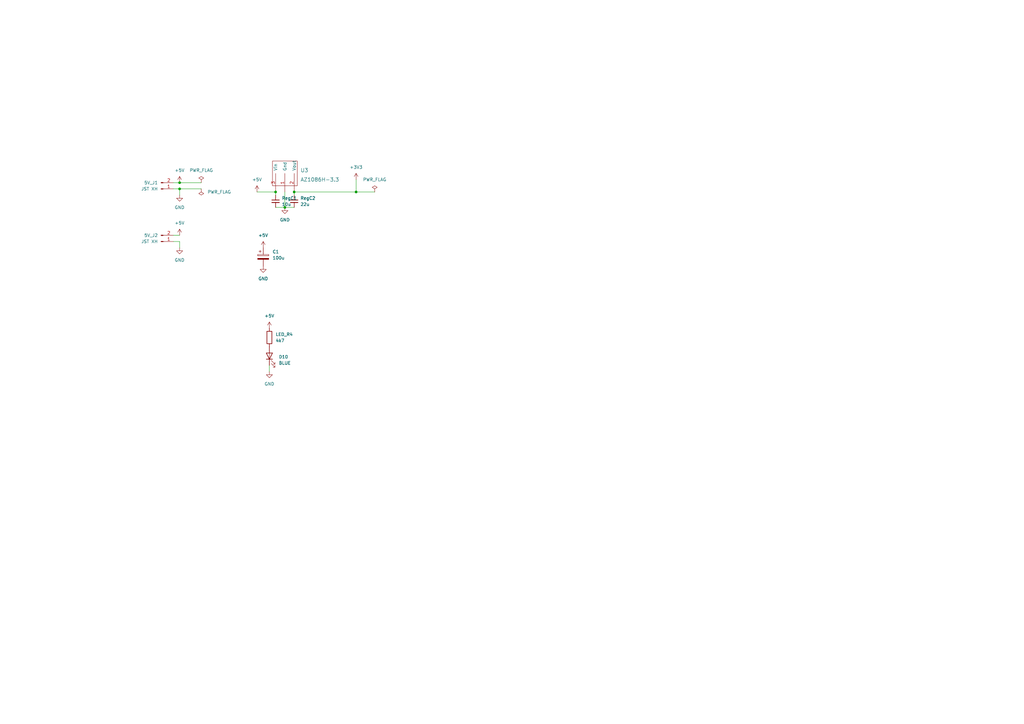
<source format=kicad_sch>
(kicad_sch (version 20211123) (generator eeschema)

  (uuid 1576d4f4-601c-4665-9ac8-8ba244750e23)

  (paper "A3")

  (title_block
    (title "TCB(TKG Control Board)")
    (date "2024-01-29")
    (rev "4.1")
    (company "TKG")
    (comment 2 "v4.0 2023用改訂")
  )

  (lib_symbols
    (symbol "Connector:Conn_01x02_Male" (pin_names (offset 1.016) hide) (in_bom yes) (on_board yes)
      (property "Reference" "J" (id 0) (at 0 2.54 0)
        (effects (font (size 1.27 1.27)))
      )
      (property "Value" "Conn_01x02_Male" (id 1) (at 0 -5.08 0)
        (effects (font (size 1.27 1.27)))
      )
      (property "Footprint" "" (id 2) (at 0 0 0)
        (effects (font (size 1.27 1.27)) hide)
      )
      (property "Datasheet" "~" (id 3) (at 0 0 0)
        (effects (font (size 1.27 1.27)) hide)
      )
      (property "ki_keywords" "connector" (id 4) (at 0 0 0)
        (effects (font (size 1.27 1.27)) hide)
      )
      (property "ki_description" "Generic connector, single row, 01x02, script generated (kicad-library-utils/schlib/autogen/connector/)" (id 5) (at 0 0 0)
        (effects (font (size 1.27 1.27)) hide)
      )
      (property "ki_fp_filters" "Connector*:*_1x??_*" (id 6) (at 0 0 0)
        (effects (font (size 1.27 1.27)) hide)
      )
      (symbol "Conn_01x02_Male_1_1"
        (polyline
          (pts
            (xy 1.27 -2.54)
            (xy 0.8636 -2.54)
          )
          (stroke (width 0.1524) (type default) (color 0 0 0 0))
          (fill (type none))
        )
        (polyline
          (pts
            (xy 1.27 0)
            (xy 0.8636 0)
          )
          (stroke (width 0.1524) (type default) (color 0 0 0 0))
          (fill (type none))
        )
        (rectangle (start 0.8636 -2.413) (end 0 -2.667)
          (stroke (width 0.1524) (type default) (color 0 0 0 0))
          (fill (type outline))
        )
        (rectangle (start 0.8636 0.127) (end 0 -0.127)
          (stroke (width 0.1524) (type default) (color 0 0 0 0))
          (fill (type outline))
        )
        (pin passive line (at 5.08 0 180) (length 3.81)
          (name "Pin_1" (effects (font (size 1.27 1.27))))
          (number "1" (effects (font (size 1.27 1.27))))
        )
        (pin passive line (at 5.08 -2.54 180) (length 3.81)
          (name "Pin_2" (effects (font (size 1.27 1.27))))
          (number "2" (effects (font (size 1.27 1.27))))
        )
      )
    )
    (symbol "Device:C_Polarized" (pin_numbers hide) (pin_names (offset 0.254)) (in_bom yes) (on_board yes)
      (property "Reference" "C" (id 0) (at 0.635 2.54 0)
        (effects (font (size 1.27 1.27)) (justify left))
      )
      (property "Value" "C_Polarized" (id 1) (at 0.635 -2.54 0)
        (effects (font (size 1.27 1.27)) (justify left))
      )
      (property "Footprint" "" (id 2) (at 0.9652 -3.81 0)
        (effects (font (size 1.27 1.27)) hide)
      )
      (property "Datasheet" "~" (id 3) (at 0 0 0)
        (effects (font (size 1.27 1.27)) hide)
      )
      (property "ki_keywords" "cap capacitor" (id 4) (at 0 0 0)
        (effects (font (size 1.27 1.27)) hide)
      )
      (property "ki_description" "Polarized capacitor" (id 5) (at 0 0 0)
        (effects (font (size 1.27 1.27)) hide)
      )
      (property "ki_fp_filters" "CP_*" (id 6) (at 0 0 0)
        (effects (font (size 1.27 1.27)) hide)
      )
      (symbol "C_Polarized_0_1"
        (rectangle (start -2.286 0.508) (end 2.286 1.016)
          (stroke (width 0) (type default) (color 0 0 0 0))
          (fill (type none))
        )
        (polyline
          (pts
            (xy -1.778 2.286)
            (xy -0.762 2.286)
          )
          (stroke (width 0) (type default) (color 0 0 0 0))
          (fill (type none))
        )
        (polyline
          (pts
            (xy -1.27 2.794)
            (xy -1.27 1.778)
          )
          (stroke (width 0) (type default) (color 0 0 0 0))
          (fill (type none))
        )
        (rectangle (start 2.286 -0.508) (end -2.286 -1.016)
          (stroke (width 0) (type default) (color 0 0 0 0))
          (fill (type outline))
        )
      )
      (symbol "C_Polarized_1_1"
        (pin passive line (at 0 3.81 270) (length 2.794)
          (name "~" (effects (font (size 1.27 1.27))))
          (number "1" (effects (font (size 1.27 1.27))))
        )
        (pin passive line (at 0 -3.81 90) (length 2.794)
          (name "~" (effects (font (size 1.27 1.27))))
          (number "2" (effects (font (size 1.27 1.27))))
        )
      )
    )
    (symbol "Device:C_Small" (pin_numbers hide) (pin_names (offset 0.254) hide) (in_bom yes) (on_board yes)
      (property "Reference" "C" (id 0) (at 0.254 1.778 0)
        (effects (font (size 1.27 1.27)) (justify left))
      )
      (property "Value" "C_Small" (id 1) (at 0.254 -2.032 0)
        (effects (font (size 1.27 1.27)) (justify left))
      )
      (property "Footprint" "" (id 2) (at 0 0 0)
        (effects (font (size 1.27 1.27)) hide)
      )
      (property "Datasheet" "~" (id 3) (at 0 0 0)
        (effects (font (size 1.27 1.27)) hide)
      )
      (property "ki_keywords" "capacitor cap" (id 4) (at 0 0 0)
        (effects (font (size 1.27 1.27)) hide)
      )
      (property "ki_description" "Unpolarized capacitor, small symbol" (id 5) (at 0 0 0)
        (effects (font (size 1.27 1.27)) hide)
      )
      (property "ki_fp_filters" "C_*" (id 6) (at 0 0 0)
        (effects (font (size 1.27 1.27)) hide)
      )
      (symbol "C_Small_0_1"
        (polyline
          (pts
            (xy -1.524 -0.508)
            (xy 1.524 -0.508)
          )
          (stroke (width 0.3302) (type default) (color 0 0 0 0))
          (fill (type none))
        )
        (polyline
          (pts
            (xy -1.524 0.508)
            (xy 1.524 0.508)
          )
          (stroke (width 0.3048) (type default) (color 0 0 0 0))
          (fill (type none))
        )
      )
      (symbol "C_Small_1_1"
        (pin passive line (at 0 2.54 270) (length 2.032)
          (name "~" (effects (font (size 1.27 1.27))))
          (number "1" (effects (font (size 1.27 1.27))))
        )
        (pin passive line (at 0 -2.54 90) (length 2.032)
          (name "~" (effects (font (size 1.27 1.27))))
          (number "2" (effects (font (size 1.27 1.27))))
        )
      )
    )
    (symbol "Device:LED" (pin_numbers hide) (pin_names (offset 1.016) hide) (in_bom yes) (on_board yes)
      (property "Reference" "D" (id 0) (at 0 2.54 0)
        (effects (font (size 1.27 1.27)))
      )
      (property "Value" "LED" (id 1) (at 0 -2.54 0)
        (effects (font (size 1.27 1.27)))
      )
      (property "Footprint" "" (id 2) (at 0 0 0)
        (effects (font (size 1.27 1.27)) hide)
      )
      (property "Datasheet" "~" (id 3) (at 0 0 0)
        (effects (font (size 1.27 1.27)) hide)
      )
      (property "ki_keywords" "LED diode" (id 4) (at 0 0 0)
        (effects (font (size 1.27 1.27)) hide)
      )
      (property "ki_description" "Light emitting diode" (id 5) (at 0 0 0)
        (effects (font (size 1.27 1.27)) hide)
      )
      (property "ki_fp_filters" "LED* LED_SMD:* LED_THT:*" (id 6) (at 0 0 0)
        (effects (font (size 1.27 1.27)) hide)
      )
      (symbol "LED_0_1"
        (polyline
          (pts
            (xy -1.27 -1.27)
            (xy -1.27 1.27)
          )
          (stroke (width 0.254) (type default) (color 0 0 0 0))
          (fill (type none))
        )
        (polyline
          (pts
            (xy -1.27 0)
            (xy 1.27 0)
          )
          (stroke (width 0) (type default) (color 0 0 0 0))
          (fill (type none))
        )
        (polyline
          (pts
            (xy 1.27 -1.27)
            (xy 1.27 1.27)
            (xy -1.27 0)
            (xy 1.27 -1.27)
          )
          (stroke (width 0.254) (type default) (color 0 0 0 0))
          (fill (type none))
        )
        (polyline
          (pts
            (xy -3.048 -0.762)
            (xy -4.572 -2.286)
            (xy -3.81 -2.286)
            (xy -4.572 -2.286)
            (xy -4.572 -1.524)
          )
          (stroke (width 0) (type default) (color 0 0 0 0))
          (fill (type none))
        )
        (polyline
          (pts
            (xy -1.778 -0.762)
            (xy -3.302 -2.286)
            (xy -2.54 -2.286)
            (xy -3.302 -2.286)
            (xy -3.302 -1.524)
          )
          (stroke (width 0) (type default) (color 0 0 0 0))
          (fill (type none))
        )
      )
      (symbol "LED_1_1"
        (pin passive line (at -3.81 0 0) (length 2.54)
          (name "K" (effects (font (size 1.27 1.27))))
          (number "1" (effects (font (size 1.27 1.27))))
        )
        (pin passive line (at 3.81 0 180) (length 2.54)
          (name "A" (effects (font (size 1.27 1.27))))
          (number "2" (effects (font (size 1.27 1.27))))
        )
      )
    )
    (symbol "Device:R" (pin_numbers hide) (pin_names (offset 0)) (in_bom yes) (on_board yes)
      (property "Reference" "R" (id 0) (at 2.032 0 90)
        (effects (font (size 1.27 1.27)))
      )
      (property "Value" "R" (id 1) (at 0 0 90)
        (effects (font (size 1.27 1.27)))
      )
      (property "Footprint" "" (id 2) (at -1.778 0 90)
        (effects (font (size 1.27 1.27)) hide)
      )
      (property "Datasheet" "~" (id 3) (at 0 0 0)
        (effects (font (size 1.27 1.27)) hide)
      )
      (property "ki_keywords" "R res resistor" (id 4) (at 0 0 0)
        (effects (font (size 1.27 1.27)) hide)
      )
      (property "ki_description" "Resistor" (id 5) (at 0 0 0)
        (effects (font (size 1.27 1.27)) hide)
      )
      (property "ki_fp_filters" "R_*" (id 6) (at 0 0 0)
        (effects (font (size 1.27 1.27)) hide)
      )
      (symbol "R_0_1"
        (rectangle (start -1.016 -2.54) (end 1.016 2.54)
          (stroke (width 0.254) (type default) (color 0 0 0 0))
          (fill (type none))
        )
      )
      (symbol "R_1_1"
        (pin passive line (at 0 3.81 270) (length 1.27)
          (name "~" (effects (font (size 1.27 1.27))))
          (number "1" (effects (font (size 1.27 1.27))))
        )
        (pin passive line (at 0 -3.81 90) (length 1.27)
          (name "~" (effects (font (size 1.27 1.27))))
          (number "2" (effects (font (size 1.27 1.27))))
        )
      )
    )
    (symbol "power:+3V3" (power) (pin_names (offset 0)) (in_bom yes) (on_board yes)
      (property "Reference" "#PWR" (id 0) (at 0 -3.81 0)
        (effects (font (size 1.27 1.27)) hide)
      )
      (property "Value" "+3V3" (id 1) (at 0 3.556 0)
        (effects (font (size 1.27 1.27)))
      )
      (property "Footprint" "" (id 2) (at 0 0 0)
        (effects (font (size 1.27 1.27)) hide)
      )
      (property "Datasheet" "" (id 3) (at 0 0 0)
        (effects (font (size 1.27 1.27)) hide)
      )
      (property "ki_keywords" "power-flag" (id 4) (at 0 0 0)
        (effects (font (size 1.27 1.27)) hide)
      )
      (property "ki_description" "Power symbol creates a global label with name \"+3V3\"" (id 5) (at 0 0 0)
        (effects (font (size 1.27 1.27)) hide)
      )
      (symbol "+3V3_0_1"
        (polyline
          (pts
            (xy -0.762 1.27)
            (xy 0 2.54)
          )
          (stroke (width 0) (type default) (color 0 0 0 0))
          (fill (type none))
        )
        (polyline
          (pts
            (xy 0 0)
            (xy 0 2.54)
          )
          (stroke (width 0) (type default) (color 0 0 0 0))
          (fill (type none))
        )
        (polyline
          (pts
            (xy 0 2.54)
            (xy 0.762 1.27)
          )
          (stroke (width 0) (type default) (color 0 0 0 0))
          (fill (type none))
        )
      )
      (symbol "+3V3_1_1"
        (pin power_in line (at 0 0 90) (length 0) hide
          (name "+3V3" (effects (font (size 1.27 1.27))))
          (number "1" (effects (font (size 1.27 1.27))))
        )
      )
    )
    (symbol "power:+5V" (power) (pin_names (offset 0)) (in_bom yes) (on_board yes)
      (property "Reference" "#PWR" (id 0) (at 0 -3.81 0)
        (effects (font (size 1.27 1.27)) hide)
      )
      (property "Value" "+5V" (id 1) (at 0 3.556 0)
        (effects (font (size 1.27 1.27)))
      )
      (property "Footprint" "" (id 2) (at 0 0 0)
        (effects (font (size 1.27 1.27)) hide)
      )
      (property "Datasheet" "" (id 3) (at 0 0 0)
        (effects (font (size 1.27 1.27)) hide)
      )
      (property "ki_keywords" "power-flag" (id 4) (at 0 0 0)
        (effects (font (size 1.27 1.27)) hide)
      )
      (property "ki_description" "Power symbol creates a global label with name \"+5V\"" (id 5) (at 0 0 0)
        (effects (font (size 1.27 1.27)) hide)
      )
      (symbol "+5V_0_1"
        (polyline
          (pts
            (xy -0.762 1.27)
            (xy 0 2.54)
          )
          (stroke (width 0) (type default) (color 0 0 0 0))
          (fill (type none))
        )
        (polyline
          (pts
            (xy 0 0)
            (xy 0 2.54)
          )
          (stroke (width 0) (type default) (color 0 0 0 0))
          (fill (type none))
        )
        (polyline
          (pts
            (xy 0 2.54)
            (xy 0.762 1.27)
          )
          (stroke (width 0) (type default) (color 0 0 0 0))
          (fill (type none))
        )
      )
      (symbol "+5V_1_1"
        (pin power_in line (at 0 0 90) (length 0) hide
          (name "+5V" (effects (font (size 1.27 1.27))))
          (number "1" (effects (font (size 1.27 1.27))))
        )
      )
    )
    (symbol "power:GND" (power) (pin_names (offset 0)) (in_bom yes) (on_board yes)
      (property "Reference" "#PWR" (id 0) (at 0 -6.35 0)
        (effects (font (size 1.27 1.27)) hide)
      )
      (property "Value" "GND" (id 1) (at 0 -3.81 0)
        (effects (font (size 1.27 1.27)))
      )
      (property "Footprint" "" (id 2) (at 0 0 0)
        (effects (font (size 1.27 1.27)) hide)
      )
      (property "Datasheet" "" (id 3) (at 0 0 0)
        (effects (font (size 1.27 1.27)) hide)
      )
      (property "ki_keywords" "power-flag" (id 4) (at 0 0 0)
        (effects (font (size 1.27 1.27)) hide)
      )
      (property "ki_description" "Power symbol creates a global label with name \"GND\" , ground" (id 5) (at 0 0 0)
        (effects (font (size 1.27 1.27)) hide)
      )
      (symbol "GND_0_1"
        (polyline
          (pts
            (xy 0 0)
            (xy 0 -1.27)
            (xy 1.27 -1.27)
            (xy 0 -2.54)
            (xy -1.27 -1.27)
            (xy 0 -1.27)
          )
          (stroke (width 0) (type default) (color 0 0 0 0))
          (fill (type none))
        )
      )
      (symbol "GND_1_1"
        (pin power_in line (at 0 0 270) (length 0) hide
          (name "GND" (effects (font (size 1.27 1.27))))
          (number "1" (effects (font (size 1.27 1.27))))
        )
      )
    )
    (symbol "power:PWR_FLAG" (power) (pin_numbers hide) (pin_names (offset 0) hide) (in_bom yes) (on_board yes)
      (property "Reference" "#FLG" (id 0) (at 0 1.905 0)
        (effects (font (size 1.27 1.27)) hide)
      )
      (property "Value" "PWR_FLAG" (id 1) (at 0 3.81 0)
        (effects (font (size 1.27 1.27)))
      )
      (property "Footprint" "" (id 2) (at 0 0 0)
        (effects (font (size 1.27 1.27)) hide)
      )
      (property "Datasheet" "~" (id 3) (at 0 0 0)
        (effects (font (size 1.27 1.27)) hide)
      )
      (property "ki_keywords" "power-flag" (id 4) (at 0 0 0)
        (effects (font (size 1.27 1.27)) hide)
      )
      (property "ki_description" "Special symbol for telling ERC where power comes from" (id 5) (at 0 0 0)
        (effects (font (size 1.27 1.27)) hide)
      )
      (symbol "PWR_FLAG_0_0"
        (pin power_out line (at 0 0 90) (length 0)
          (name "pwr" (effects (font (size 1.27 1.27))))
          (number "1" (effects (font (size 1.27 1.27))))
        )
      )
      (symbol "PWR_FLAG_0_1"
        (polyline
          (pts
            (xy 0 0)
            (xy 0 1.27)
            (xy -1.016 1.905)
            (xy 0 2.54)
            (xy 1.016 1.905)
            (xy 0 1.27)
          )
          (stroke (width 0) (type default) (color 0 0 0 0))
          (fill (type none))
        )
      )
    )
    (symbol "x_mylib:AZ1086H-3.3" (pin_names (offset 1.016)) (in_bom yes) (on_board yes)
      (property "Reference" "U" (id 0) (at 5.08 3.81 0)
        (effects (font (size 1.524 1.524)))
      )
      (property "Value" "AZ1086H-3.3" (id 1) (at 3.81 -8.89 0)
        (effects (font (size 1.524 1.524)))
      )
      (property "Footprint" "" (id 2) (at 0 7.62 0)
        (effects (font (size 1.524 1.524)))
      )
      (property "Datasheet" "" (id 3) (at 0 7.62 0)
        (effects (font (size 1.524 1.524)))
      )
      (symbol "AZ1086H-3.3_0_1"
        (rectangle (start -5.08 2.54) (end 5.08 -7.62)
          (stroke (width 0) (type default) (color 0 0 0 0))
          (fill (type none))
        )
      )
      (symbol "AZ1086H-3.3_1_1"
        (pin passive line (at 0 -10.16 90) (length 7.62)
          (name "Gnd" (effects (font (size 1.27 1.27))))
          (number "1" (effects (font (size 1.27 1.27))))
        )
        (pin passive line (at 3.81 -10.16 90) (length 7.62)
          (name "Vout" (effects (font (size 1.27 1.27))))
          (number "2" (effects (font (size 1.27 1.27))))
        )
        (pin passive line (at -3.81 -10.16 90) (length 7.62)
          (name "Vin" (effects (font (size 1.27 1.27))))
          (number "3" (effects (font (size 1.27 1.27))))
        )
      )
    )
  )

  (junction (at 73.66 77.47) (diameter 0) (color 0 0 0 0)
    (uuid 0d985397-88d6-4eca-bd96-ecd679e88331)
  )
  (junction (at 116.84 85.09) (diameter 0) (color 0 0 0 0)
    (uuid 1494712e-17f4-4dc0-92a3-29ff67ac3f1b)
  )
  (junction (at 113.03 78.74) (diameter 0) (color 0 0 0 0)
    (uuid 8adee3d3-5705-42f9-8815-6f42184d881a)
  )
  (junction (at 73.66 74.93) (diameter 0) (color 0 0 0 0)
    (uuid 90d63716-a4fd-4096-a4fb-0a16b0baee19)
  )
  (junction (at 120.65 78.74) (diameter 0) (color 0 0 0 0)
    (uuid b8265b05-134b-4700-916c-3705ee562395)
  )
  (junction (at 146.05 78.74) (diameter 0) (color 0 0 0 0)
    (uuid e696ac05-0d88-448b-9b51-a704bddde495)
  )

  (wire (pts (xy 146.05 78.74) (xy 153.67 78.74))
    (stroke (width 0) (type default) (color 0 0 0 0))
    (uuid 05ff9cbb-4153-4983-826a-f5be4ac07f35)
  )
  (wire (pts (xy 71.12 99.06) (xy 73.66 99.06))
    (stroke (width 0) (type default) (color 0 0 0 0))
    (uuid 0799ccdf-f325-4668-9d0c-3c18efdbff43)
  )
  (wire (pts (xy 71.12 77.47) (xy 73.66 77.47))
    (stroke (width 0) (type default) (color 0 0 0 0))
    (uuid 4cb7e42b-1336-4a66-bb01-8d89862c7014)
  )
  (wire (pts (xy 113.03 78.74) (xy 113.03 80.01))
    (stroke (width 0) (type default) (color 0 0 0 0))
    (uuid 54a396d1-8b15-42c0-be9d-ae485d95a498)
  )
  (wire (pts (xy 120.65 78.74) (xy 146.05 78.74))
    (stroke (width 0) (type default) (color 0 0 0 0))
    (uuid 5798d110-d40b-4235-9164-e8d3bf09a78d)
  )
  (wire (pts (xy 73.66 77.47) (xy 73.66 80.01))
    (stroke (width 0) (type default) (color 0 0 0 0))
    (uuid 5db93231-9706-4385-ab22-c16dc39f7cc6)
  )
  (wire (pts (xy 116.84 85.09) (xy 120.65 85.09))
    (stroke (width 0) (type default) (color 0 0 0 0))
    (uuid 5f3f151b-6edf-4efd-879d-87a3c139ebc5)
  )
  (wire (pts (xy 146.05 78.74) (xy 146.05 73.66))
    (stroke (width 0) (type default) (color 0 0 0 0))
    (uuid 61f4d859-1c37-4ec8-9b17-e878b043a973)
  )
  (wire (pts (xy 113.03 85.09) (xy 116.84 85.09))
    (stroke (width 0) (type default) (color 0 0 0 0))
    (uuid 91d7c7a9-d8d6-44cb-bd57-a2db533394c4)
  )
  (wire (pts (xy 105.41 78.74) (xy 113.03 78.74))
    (stroke (width 0) (type default) (color 0 0 0 0))
    (uuid 9b814ffa-733c-44da-859d-5abb96c5a555)
  )
  (wire (pts (xy 110.49 149.86) (xy 110.49 152.4))
    (stroke (width 0) (type default) (color 0 0 0 0))
    (uuid 9c1e37b4-7634-40f4-abea-6d41b23789ee)
  )
  (wire (pts (xy 73.66 77.47) (xy 82.55 77.47))
    (stroke (width 0) (type default) (color 0 0 0 0))
    (uuid 9ed3d7cf-b64c-454a-96ba-cc2789e88266)
  )
  (wire (pts (xy 73.66 99.06) (xy 73.66 101.6))
    (stroke (width 0) (type default) (color 0 0 0 0))
    (uuid a0e3588d-c5a4-41fa-8dda-97995279dc36)
  )
  (wire (pts (xy 73.66 74.93) (xy 82.55 74.93))
    (stroke (width 0) (type default) (color 0 0 0 0))
    (uuid bdd8af52-bd61-4674-aac5-5d6523fbd28b)
  )
  (wire (pts (xy 116.84 85.09) (xy 116.84 78.74))
    (stroke (width 0) (type default) (color 0 0 0 0))
    (uuid c499bd34-ac5c-4d2d-a6cb-e4bcb20240d4)
  )
  (wire (pts (xy 120.65 78.74) (xy 120.65 80.01))
    (stroke (width 0) (type default) (color 0 0 0 0))
    (uuid c869fac9-ef4f-46f5-bd42-0823112fa811)
  )
  (wire (pts (xy 71.12 96.52) (xy 73.66 96.52))
    (stroke (width 0) (type default) (color 0 0 0 0))
    (uuid d9f159d6-6a67-461e-9644-87ae351e501e)
  )
  (wire (pts (xy 71.12 74.93) (xy 73.66 74.93))
    (stroke (width 0) (type default) (color 0 0 0 0))
    (uuid e157c6a9-5856-4e28-a88e-a9cf45c9b99a)
  )

  (symbol (lib_id "power:+5V") (at 107.95 101.6 0) (unit 1)
    (in_bom yes) (on_board yes) (fields_autoplaced)
    (uuid 0c63bdd9-b183-4251-9f7e-d76e8ceb8b9d)
    (property "Reference" "#PWR02" (id 0) (at 107.95 105.41 0)
      (effects (font (size 1.27 1.27)) hide)
    )
    (property "Value" "+5V" (id 1) (at 107.95 96.52 0))
    (property "Footprint" "" (id 2) (at 107.95 101.6 0)
      (effects (font (size 1.27 1.27)) hide)
    )
    (property "Datasheet" "" (id 3) (at 107.95 101.6 0)
      (effects (font (size 1.27 1.27)) hide)
    )
    (pin "1" (uuid 6d531bda-85ef-4a83-800d-3a946e1092b6))
  )

  (symbol (lib_id "Connector:Conn_01x02_Male") (at 66.04 99.06 0) (mirror x) (unit 1)
    (in_bom yes) (on_board yes) (fields_autoplaced)
    (uuid 0c73b03f-f084-42c2-b07b-00c4e35adccb)
    (property "Reference" "5V_J2" (id 0) (at 64.77 96.5199 0)
      (effects (font (size 1.27 1.27)) (justify right))
    )
    (property "Value" "JST XH" (id 1) (at 64.77 99.0599 0)
      (effects (font (size 1.27 1.27)) (justify right))
    )
    (property "Footprint" "Connector_JST:JST_XH_B2B-XH-A_1x02_P2.50mm_Vertical" (id 2) (at 66.04 99.06 0)
      (effects (font (size 1.27 1.27)) hide)
    )
    (property "Datasheet" "~" (id 3) (at 66.04 99.06 0)
      (effects (font (size 1.27 1.27)) hide)
    )
    (pin "1" (uuid f805c435-9c5e-4d53-9019-bc4912d9da70))
    (pin "2" (uuid 93180e58-9e5d-4f88-bab6-af682ba42afb))
  )

  (symbol (lib_id "power:+5V") (at 73.66 74.93 0) (unit 1)
    (in_bom yes) (on_board yes) (fields_autoplaced)
    (uuid 1bac7ec7-5481-436f-8e41-9e200773193d)
    (property "Reference" "#PWR04" (id 0) (at 73.66 78.74 0)
      (effects (font (size 1.27 1.27)) hide)
    )
    (property "Value" "+5V" (id 1) (at 73.66 69.85 0))
    (property "Footprint" "" (id 2) (at 73.66 74.93 0)
      (effects (font (size 1.27 1.27)) hide)
    )
    (property "Datasheet" "" (id 3) (at 73.66 74.93 0)
      (effects (font (size 1.27 1.27)) hide)
    )
    (pin "1" (uuid 3cbd5102-5ce0-49c3-a2c2-8e6ab9c8cfb4))
  )

  (symbol (lib_id "Connector:Conn_01x02_Male") (at 66.04 77.47 0) (mirror x) (unit 1)
    (in_bom yes) (on_board yes) (fields_autoplaced)
    (uuid 37602475-0370-4382-9d8c-52283a2af63a)
    (property "Reference" "5V_J1" (id 0) (at 64.77 74.9299 0)
      (effects (font (size 1.27 1.27)) (justify right))
    )
    (property "Value" "JST XH" (id 1) (at 64.77 77.4699 0)
      (effects (font (size 1.27 1.27)) (justify right))
    )
    (property "Footprint" "Connector_JST:JST_XH_B2B-XH-A_1x02_P2.50mm_Vertical" (id 2) (at 66.04 77.47 0)
      (effects (font (size 1.27 1.27)) hide)
    )
    (property "Datasheet" "~" (id 3) (at 66.04 77.47 0)
      (effects (font (size 1.27 1.27)) hide)
    )
    (pin "1" (uuid d3fcebb0-783c-4a92-ad83-76c5757212a8))
    (pin "2" (uuid 7207cc0e-01a7-4216-982e-4bb52a2088d7))
  )

  (symbol (lib_id "Device:R") (at 110.49 138.43 0) (unit 1)
    (in_bom yes) (on_board yes) (fields_autoplaced)
    (uuid 55dd92e9-3433-40e7-9354-00d2509dcd2b)
    (property "Reference" "LED_R4" (id 0) (at 113.03 137.1599 0)
      (effects (font (size 1.27 1.27)) (justify left))
    )
    (property "Value" "4k7" (id 1) (at 113.03 139.6999 0)
      (effects (font (size 1.27 1.27)) (justify left))
    )
    (property "Footprint" "Resistor_SMD:R_0603_1608Metric_Pad0.98x0.95mm_HandSolder" (id 2) (at 108.712 138.43 90)
      (effects (font (size 1.27 1.27)) hide)
    )
    (property "Datasheet" "~" (id 3) (at 110.49 138.43 0)
      (effects (font (size 1.27 1.27)) hide)
    )
    (pin "1" (uuid bc605f6f-3af1-478e-ac43-a8e88ba61552))
    (pin "2" (uuid a74a974b-36f8-4b3f-b2cc-08ce030eded4))
  )

  (symbol (lib_id "power:+5V") (at 73.66 96.52 0) (unit 1)
    (in_bom yes) (on_board yes) (fields_autoplaced)
    (uuid 5feac069-c5d6-407e-9ef4-e28a7f2e9d78)
    (property "Reference" "#PWR047" (id 0) (at 73.66 100.33 0)
      (effects (font (size 1.27 1.27)) hide)
    )
    (property "Value" "+5V" (id 1) (at 73.66 91.44 0))
    (property "Footprint" "" (id 2) (at 73.66 96.52 0)
      (effects (font (size 1.27 1.27)) hide)
    )
    (property "Datasheet" "" (id 3) (at 73.66 96.52 0)
      (effects (font (size 1.27 1.27)) hide)
    )
    (pin "1" (uuid e5b366c2-a16d-4698-ae04-6c87419833c3))
  )

  (symbol (lib_id "power:GND") (at 73.66 101.6 0) (unit 1)
    (in_bom yes) (on_board yes) (fields_autoplaced)
    (uuid 6286af26-ca27-41df-88c7-89f9e17a9ff8)
    (property "Reference" "#PWR048" (id 0) (at 73.66 107.95 0)
      (effects (font (size 1.27 1.27)) hide)
    )
    (property "Value" "GND" (id 1) (at 73.66 106.68 0))
    (property "Footprint" "" (id 2) (at 73.66 101.6 0)
      (effects (font (size 1.27 1.27)) hide)
    )
    (property "Datasheet" "" (id 3) (at 73.66 101.6 0)
      (effects (font (size 1.27 1.27)) hide)
    )
    (pin "1" (uuid 9b59a478-b86b-43d5-b854-c7b9a809b9f2))
  )

  (symbol (lib_id "power:PWR_FLAG") (at 82.55 74.93 0) (unit 1)
    (in_bom yes) (on_board yes) (fields_autoplaced)
    (uuid 6dfde47b-4bd1-45d7-8c97-6e54b1386fc3)
    (property "Reference" "#FLG02" (id 0) (at 82.55 73.025 0)
      (effects (font (size 1.27 1.27)) hide)
    )
    (property "Value" "PWR_FLAG" (id 1) (at 82.55 69.85 0))
    (property "Footprint" "" (id 2) (at 82.55 74.93 0)
      (effects (font (size 1.27 1.27)) hide)
    )
    (property "Datasheet" "~" (id 3) (at 82.55 74.93 0)
      (effects (font (size 1.27 1.27)) hide)
    )
    (pin "1" (uuid 2af47fce-6712-4f18-9a6b-2caafaf2592c))
  )

  (symbol (lib_id "power:+5V") (at 105.41 78.74 0) (unit 1)
    (in_bom yes) (on_board yes) (fields_autoplaced)
    (uuid 7ec74b14-16e5-42d1-b182-03752886d000)
    (property "Reference" "#PWR03" (id 0) (at 105.41 82.55 0)
      (effects (font (size 1.27 1.27)) hide)
    )
    (property "Value" "+5V" (id 1) (at 105.41 73.66 0))
    (property "Footprint" "" (id 2) (at 105.41 78.74 0)
      (effects (font (size 1.27 1.27)) hide)
    )
    (property "Datasheet" "" (id 3) (at 105.41 78.74 0)
      (effects (font (size 1.27 1.27)) hide)
    )
    (pin "1" (uuid c8d0d011-8b09-4836-808c-65ee377adf0e))
  )

  (symbol (lib_id "Device:C_Small") (at 113.03 82.55 0) (unit 1)
    (in_bom yes) (on_board yes) (fields_autoplaced)
    (uuid 85a49ff5-e692-40eb-b6c1-6d14c75c5d9c)
    (property "Reference" "RegC1" (id 0) (at 115.57 81.2862 0)
      (effects (font (size 1.27 1.27)) (justify left))
    )
    (property "Value" "10u" (id 1) (at 115.57 83.8262 0)
      (effects (font (size 1.27 1.27)) (justify left))
    )
    (property "Footprint" "Capacitor_SMD:C_0805_2012Metric_Pad1.18x1.45mm_HandSolder" (id 2) (at 113.03 82.55 0)
      (effects (font (size 1.27 1.27)) hide)
    )
    (property "Datasheet" "~" (id 3) (at 113.03 82.55 0)
      (effects (font (size 1.27 1.27)) hide)
    )
    (pin "1" (uuid aac77eee-d4d1-4be1-865f-c534dd46e5cc))
    (pin "2" (uuid 92c985ee-4aa7-4138-830c-ee8afe3d1f54))
  )

  (symbol (lib_id "x_mylib:AZ1086H-3.3") (at 116.84 68.58 0) (unit 1)
    (in_bom yes) (on_board yes) (fields_autoplaced)
    (uuid 89a01f02-8467-45dc-be38-5a827de8d6cc)
    (property "Reference" "U3" (id 0) (at 123.19 69.85 0)
      (effects (font (size 1.524 1.524)) (justify left))
    )
    (property "Value" "AZ1086H-3.3" (id 1) (at 123.19 73.66 0)
      (effects (font (size 1.524 1.524)) (justify left))
    )
    (property "Footprint" "Package_TO_SOT_SMD:SOT-223-3_TabPin2" (id 2) (at 116.84 60.96 0)
      (effects (font (size 1.524 1.524)) hide)
    )
    (property "Datasheet" "" (id 3) (at 116.84 60.96 0)
      (effects (font (size 1.524 1.524)))
    )
    (pin "1" (uuid 7b5eefce-830c-4abf-8147-885d6c9aaf27))
    (pin "2" (uuid 0405e4f9-b170-4a8d-aaf0-b801d02b4711))
    (pin "3" (uuid 34bbf3b6-0832-46e2-ab2d-07d2771efc76))
  )

  (symbol (lib_id "power:+3V3") (at 146.05 73.66 0) (unit 1)
    (in_bom yes) (on_board yes) (fields_autoplaced)
    (uuid 8e5c5847-5a9b-4433-9438-b3b86a9cad83)
    (property "Reference" "#PWR0133" (id 0) (at 146.05 77.47 0)
      (effects (font (size 1.27 1.27)) hide)
    )
    (property "Value" "+3V3" (id 1) (at 146.05 68.58 0))
    (property "Footprint" "" (id 2) (at 146.05 73.66 0)
      (effects (font (size 1.27 1.27)) hide)
    )
    (property "Datasheet" "" (id 3) (at 146.05 73.66 0)
      (effects (font (size 1.27 1.27)) hide)
    )
    (pin "1" (uuid c86d7830-6912-47b3-a5f2-748660c8bc03))
  )

  (symbol (lib_id "power:PWR_FLAG") (at 82.55 77.47 180) (unit 1)
    (in_bom yes) (on_board yes) (fields_autoplaced)
    (uuid 91c57aee-08c6-45e9-8356-f798f6f75b6f)
    (property "Reference" "#FLG03" (id 0) (at 82.55 79.375 0)
      (effects (font (size 1.27 1.27)) hide)
    )
    (property "Value" "PWR_FLAG" (id 1) (at 85.09 78.7399 0)
      (effects (font (size 1.27 1.27)) (justify right))
    )
    (property "Footprint" "" (id 2) (at 82.55 77.47 0)
      (effects (font (size 1.27 1.27)) hide)
    )
    (property "Datasheet" "~" (id 3) (at 82.55 77.47 0)
      (effects (font (size 1.27 1.27)) hide)
    )
    (pin "1" (uuid 984c9791-264c-46f7-99a7-4ff63e61613e))
  )

  (symbol (lib_id "power:PWR_FLAG") (at 153.67 78.74 0) (unit 1)
    (in_bom yes) (on_board yes) (fields_autoplaced)
    (uuid 94acdb7c-2156-416d-aad5-6fc80dd1bb0b)
    (property "Reference" "#FLG01" (id 0) (at 153.67 76.835 0)
      (effects (font (size 1.27 1.27)) hide)
    )
    (property "Value" "PWR_FLAG" (id 1) (at 153.67 73.66 0))
    (property "Footprint" "" (id 2) (at 153.67 78.74 0)
      (effects (font (size 1.27 1.27)) hide)
    )
    (property "Datasheet" "~" (id 3) (at 153.67 78.74 0)
      (effects (font (size 1.27 1.27)) hide)
    )
    (pin "1" (uuid de83fa8f-354c-43a9-b352-1295939f1226))
  )

  (symbol (lib_id "power:GND") (at 107.95 109.22 0) (unit 1)
    (in_bom yes) (on_board yes) (fields_autoplaced)
    (uuid a2375465-88a2-4f80-af54-fe7f33cfbbaf)
    (property "Reference" "#PWR0106" (id 0) (at 107.95 115.57 0)
      (effects (font (size 1.27 1.27)) hide)
    )
    (property "Value" "GND" (id 1) (at 107.95 114.3 0))
    (property "Footprint" "" (id 2) (at 107.95 109.22 0)
      (effects (font (size 1.27 1.27)) hide)
    )
    (property "Datasheet" "" (id 3) (at 107.95 109.22 0)
      (effects (font (size 1.27 1.27)) hide)
    )
    (pin "1" (uuid 1e5ddb87-f3c2-4616-999a-a5f9e413b14a))
  )

  (symbol (lib_id "Device:LED") (at 110.49 146.05 90) (unit 1)
    (in_bom yes) (on_board yes) (fields_autoplaced)
    (uuid a39dedb9-a127-4b9c-974c-562aa8c65c18)
    (property "Reference" "D10" (id 0) (at 114.3 146.3674 90)
      (effects (font (size 1.27 1.27)) (justify right))
    )
    (property "Value" "BLUE" (id 1) (at 114.3 148.9074 90)
      (effects (font (size 1.27 1.27)) (justify right))
    )
    (property "Footprint" "LED_SMD:LED_0603_1608Metric_Pad1.05x0.95mm_HandSolder" (id 2) (at 110.49 146.05 0)
      (effects (font (size 1.27 1.27)) hide)
    )
    (property "Datasheet" "~" (id 3) (at 110.49 146.05 0)
      (effects (font (size 1.27 1.27)) hide)
    )
    (pin "1" (uuid cd51d842-7baf-48c7-b4ec-613468dae1f1))
    (pin "2" (uuid b534e998-759c-4dc9-a147-b826a5371788))
  )

  (symbol (lib_id "Device:C_Small") (at 120.65 82.55 0) (unit 1)
    (in_bom yes) (on_board yes) (fields_autoplaced)
    (uuid d4d1aeb6-6d66-4c78-b80d-1c81d353e57c)
    (property "Reference" "RegC2" (id 0) (at 123.19 81.2862 0)
      (effects (font (size 1.27 1.27)) (justify left))
    )
    (property "Value" "22u" (id 1) (at 123.19 83.8262 0)
      (effects (font (size 1.27 1.27)) (justify left))
    )
    (property "Footprint" "Capacitor_SMD:C_0805_2012Metric_Pad1.18x1.45mm_HandSolder" (id 2) (at 120.65 82.55 0)
      (effects (font (size 1.27 1.27)) hide)
    )
    (property "Datasheet" "~" (id 3) (at 120.65 82.55 0)
      (effects (font (size 1.27 1.27)) hide)
    )
    (pin "1" (uuid 7f4e052d-358e-4673-8802-1312226b44ad))
    (pin "2" (uuid 097a805f-4b12-4bc3-926a-612f393f2325))
  )

  (symbol (lib_id "power:GND") (at 116.84 85.09 0) (unit 1)
    (in_bom yes) (on_board yes) (fields_autoplaced)
    (uuid da992b85-7f8a-4fc1-a7dd-e42a3cec99e7)
    (property "Reference" "#PWR0102" (id 0) (at 116.84 91.44 0)
      (effects (font (size 1.27 1.27)) hide)
    )
    (property "Value" "GND" (id 1) (at 116.84 90.17 0))
    (property "Footprint" "" (id 2) (at 116.84 85.09 0)
      (effects (font (size 1.27 1.27)) hide)
    )
    (property "Datasheet" "" (id 3) (at 116.84 85.09 0)
      (effects (font (size 1.27 1.27)) hide)
    )
    (pin "1" (uuid f3f608c6-620d-48e9-8755-0c3f5c14a246))
  )

  (symbol (lib_id "power:GND") (at 73.66 80.01 0) (unit 1)
    (in_bom yes) (on_board yes) (fields_autoplaced)
    (uuid dc6b0127-2c60-45b3-a26e-4c092330892a)
    (property "Reference" "#PWR08" (id 0) (at 73.66 86.36 0)
      (effects (font (size 1.27 1.27)) hide)
    )
    (property "Value" "GND" (id 1) (at 73.66 85.09 0))
    (property "Footprint" "" (id 2) (at 73.66 80.01 0)
      (effects (font (size 1.27 1.27)) hide)
    )
    (property "Datasheet" "" (id 3) (at 73.66 80.01 0)
      (effects (font (size 1.27 1.27)) hide)
    )
    (pin "1" (uuid 20a49060-7660-4c75-9f18-3c3f05a99c99))
  )

  (symbol (lib_id "power:GND") (at 110.49 152.4 0) (unit 1)
    (in_bom yes) (on_board yes) (fields_autoplaced)
    (uuid dd6d1849-f9dc-495f-8d81-ac939e800e14)
    (property "Reference" "#PWR050" (id 0) (at 110.49 158.75 0)
      (effects (font (size 1.27 1.27)) hide)
    )
    (property "Value" "GND" (id 1) (at 110.49 157.48 0))
    (property "Footprint" "" (id 2) (at 110.49 152.4 0)
      (effects (font (size 1.27 1.27)) hide)
    )
    (property "Datasheet" "" (id 3) (at 110.49 152.4 0)
      (effects (font (size 1.27 1.27)) hide)
    )
    (pin "1" (uuid fee2329d-02ea-46f0-a095-7e9221b4fc34))
  )

  (symbol (lib_id "power:+5V") (at 110.49 134.62 0) (unit 1)
    (in_bom yes) (on_board yes) (fields_autoplaced)
    (uuid ee98fa33-3a16-4ae2-af10-b380278ac49c)
    (property "Reference" "#PWR049" (id 0) (at 110.49 138.43 0)
      (effects (font (size 1.27 1.27)) hide)
    )
    (property "Value" "+5V" (id 1) (at 110.49 129.54 0))
    (property "Footprint" "" (id 2) (at 110.49 134.62 0)
      (effects (font (size 1.27 1.27)) hide)
    )
    (property "Datasheet" "" (id 3) (at 110.49 134.62 0)
      (effects (font (size 1.27 1.27)) hide)
    )
    (pin "1" (uuid a62cf47e-a18d-4b98-ba0e-7cc3cee25e01))
  )

  (symbol (lib_id "Device:C_Polarized") (at 107.95 105.41 0) (unit 1)
    (in_bom yes) (on_board yes) (fields_autoplaced)
    (uuid fa179823-4664-47dc-841f-55df47b439c2)
    (property "Reference" "C1" (id 0) (at 111.76 103.2509 0)
      (effects (font (size 1.27 1.27)) (justify left))
    )
    (property "Value" "100u" (id 1) (at 111.76 105.7909 0)
      (effects (font (size 1.27 1.27)) (justify left))
    )
    (property "Footprint" "Capacitor_THT:CP_Radial_D8.0mm_P5.00mm" (id 2) (at 108.9152 109.22 0)
      (effects (font (size 1.27 1.27)) hide)
    )
    (property "Datasheet" "~" (id 3) (at 107.95 105.41 0)
      (effects (font (size 1.27 1.27)) hide)
    )
    (pin "1" (uuid e83fd554-47b5-42ef-8d38-79c07d7bc64f))
    (pin "2" (uuid 02a712c8-e369-4951-af8a-969e1f9f2ed9))
  )
)

</source>
